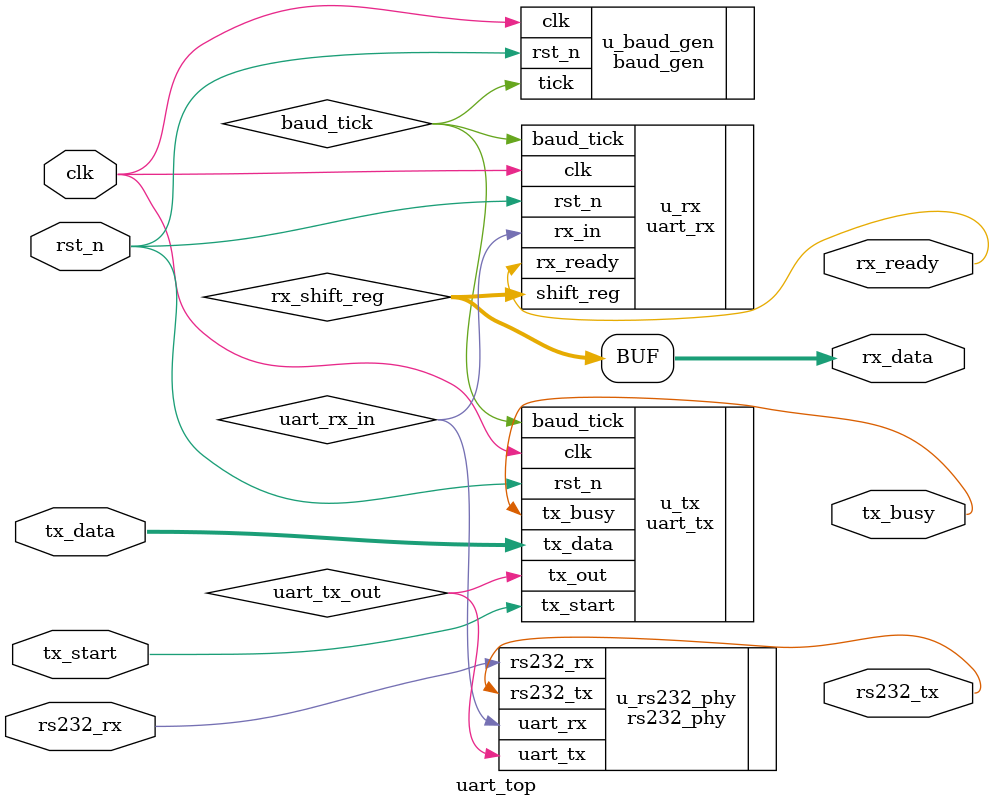
<source format=sv>
module uart_top #(
    parameter CLK_FREQ  = 10_000_000, // 10 MHz
    parameter BAUD_RATE = 1_000_000, // 1 Mbps
    parameter DIVIDER   = CLK_FREQ / BAUD_RATE // 10 for this sim
) (
    input  logic clk,
    input  logic rst_n,
    // UART interface
    input  logic [7:0] tx_data,
    input  logic tx_start,
    output logic tx_busy,
    output logic [7:0] rx_data,
    output logic rx_ready,
    // RS-232 physical interface
    output logic rs232_tx,
    input  logic rs232_rx
);

    // internal signals
    logic baud_tick;
    logic uart_tx_out;
    logic uart_rx_in;
    logic [7:0] rx_shift_reg;
    
    // baud gen
    baud_gen #(.DIVIDER(DIVIDER)) u_baud_gen (
        .clk(clk),
        .rst_n(rst_n),
        .tick(baud_tick)
    );
    
    // UART transmitter
    uart_tx u_tx (
        .clk(clk),
        .rst_n(rst_n),
        .baud_tick(baud_tick),
        .tx_data(tx_data),
        .tx_start(tx_start),
        .tx_busy(tx_busy),
        .tx_out(uart_tx_out)
    );
    
    // UART receiver
    uart_rx #(.DIVIDER(DIVIDER)) u_rx (
        .clk(clk),
        .rst_n(rst_n),
        .baud_tick(baud_tick),
        .rx_in(uart_rx_in),
        .shift_reg(rx_shift_reg),
        .rx_ready(rx_ready)
    );
    
    assign rx_data = rx_shift_reg; // connect rx shift register to rx output
    
    // rs232 phy layer voltage conversion
    rs232_phy u_rs232_phy (
        .uart_tx(uart_tx_out),
        .rs232_tx(rs232_tx),
        .rs232_rx(rs232_rx),
        .uart_rx(uart_rx_in)
    );
    
endmodule
</source>
